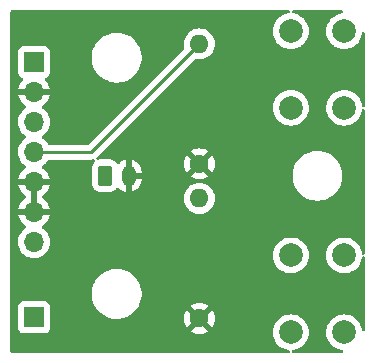
<source format=gbl>
G04 #@! TF.GenerationSoftware,KiCad,Pcbnew,6.0.2+dfsg-1*
G04 #@! TF.CreationDate,2022-12-03T12:38:50-05:00*
G04 #@! TF.ProjectId,remote,72656d6f-7465-42e6-9b69-6361645f7063,rev?*
G04 #@! TF.SameCoordinates,Original*
G04 #@! TF.FileFunction,Copper,L2,Bot*
G04 #@! TF.FilePolarity,Positive*
%FSLAX46Y46*%
G04 Gerber Fmt 4.6, Leading zero omitted, Abs format (unit mm)*
G04 Created by KiCad (PCBNEW 6.0.2+dfsg-1) date 2022-12-03 12:38:50*
%MOMM*%
%LPD*%
G01*
G04 APERTURE LIST*
G04 Aperture macros list*
%AMRoundRect*
0 Rectangle with rounded corners*
0 $1 Rounding radius*
0 $2 $3 $4 $5 $6 $7 $8 $9 X,Y pos of 4 corners*
0 Add a 4 corners polygon primitive as box body*
4,1,4,$2,$3,$4,$5,$6,$7,$8,$9,$2,$3,0*
0 Add four circle primitives for the rounded corners*
1,1,$1+$1,$2,$3*
1,1,$1+$1,$4,$5*
1,1,$1+$1,$6,$7*
1,1,$1+$1,$8,$9*
0 Add four rect primitives between the rounded corners*
20,1,$1+$1,$2,$3,$4,$5,0*
20,1,$1+$1,$4,$5,$6,$7,0*
20,1,$1+$1,$6,$7,$8,$9,0*
20,1,$1+$1,$8,$9,$2,$3,0*%
G04 Aperture macros list end*
G04 #@! TA.AperFunction,ComponentPad*
%ADD10C,2.000000*%
G04 #@! TD*
G04 #@! TA.AperFunction,ComponentPad*
%ADD11R,1.700000X1.700000*%
G04 #@! TD*
G04 #@! TA.AperFunction,ComponentPad*
%ADD12O,1.700000X1.700000*%
G04 #@! TD*
G04 #@! TA.AperFunction,ComponentPad*
%ADD13C,1.600000*%
G04 #@! TD*
G04 #@! TA.AperFunction,ComponentPad*
%ADD14O,1.600000X1.600000*%
G04 #@! TD*
G04 #@! TA.AperFunction,ComponentPad*
%ADD15RoundRect,0.250000X-0.350000X-0.625000X0.350000X-0.625000X0.350000X0.625000X-0.350000X0.625000X0*%
G04 #@! TD*
G04 #@! TA.AperFunction,ComponentPad*
%ADD16O,1.200000X1.750000*%
G04 #@! TD*
G04 #@! TA.AperFunction,Conductor*
%ADD17C,0.250000*%
G04 #@! TD*
G04 APERTURE END LIST*
D10*
G04 #@! TO.P,SWSTOP1,1,1*
G04 #@! TO.N,Net-(J1-Pad3)*
X156750000Y-84750000D03*
X156750000Y-91250000D03*
G04 #@! TO.P,SWSTOP1,2,2*
G04 #@! TO.N,GND*
X161250000Y-84750000D03*
X161250000Y-91250000D03*
G04 #@! TD*
G04 #@! TO.P,SWSTART1,1,1*
G04 #@! TO.N,Net-(J1-Pad4)*
X156750000Y-65750000D03*
X156750000Y-72250000D03*
G04 #@! TO.P,SWSTART1,2,2*
G04 #@! TO.N,GND*
X161250000Y-65750000D03*
X161250000Y-72250000D03*
G04 #@! TD*
D11*
G04 #@! TO.P,J1,1,Pin_1*
G04 #@! TO.N,GND*
X135000000Y-68375000D03*
D12*
G04 #@! TO.P,J1,2,Pin_2*
G04 #@! TO.N,+9V*
X135000000Y-70915000D03*
G04 #@! TO.P,J1,3,Pin_3*
G04 #@! TO.N,Net-(J1-Pad3)*
X135000000Y-73455000D03*
G04 #@! TO.P,J1,4,Pin_4*
G04 #@! TO.N,Net-(J1-Pad4)*
X135000000Y-75995000D03*
G04 #@! TO.P,J1,5,Pin_5*
G04 #@! TO.N,+9V*
X135000000Y-78535000D03*
G04 #@! TO.P,J1,6,Pin_6*
X135000000Y-81075000D03*
G04 #@! TO.P,J1,7,Pin_7*
G04 #@! TO.N,Net-(J1-Pad7)*
X135000000Y-83615000D03*
G04 #@! TD*
D11*
G04 #@! TO.P,JANT1,1,Pin_1*
G04 #@! TO.N,Net-(J1-Pad7)*
X135000000Y-90000000D03*
G04 #@! TD*
D13*
G04 #@! TO.P,R1,1*
G04 #@! TO.N,+9V*
X149000000Y-77000000D03*
D14*
G04 #@! TO.P,R1,2*
G04 #@! TO.N,Net-(J1-Pad4)*
X149000000Y-66840000D03*
G04 #@! TD*
D13*
G04 #@! TO.P,R2,1*
G04 #@! TO.N,+9V*
X149000000Y-90080000D03*
D14*
G04 #@! TO.P,R2,2*
G04 #@! TO.N,Net-(J1-Pad3)*
X149000000Y-79920000D03*
G04 #@! TD*
D15*
G04 #@! TO.P,JPOWER1,1,Pin_1*
G04 #@! TO.N,GND*
X141000000Y-78000000D03*
D16*
G04 #@! TO.P,JPOWER1,2,Pin_2*
G04 #@! TO.N,+9V*
X143000000Y-78000000D03*
G04 #@! TD*
D17*
G04 #@! TO.N,Net-(J1-Pad4)*
X139845000Y-75995000D02*
X149000000Y-66840000D01*
X135000000Y-75995000D02*
X139845000Y-75995000D01*
G04 #@! TD*
G04 #@! TA.AperFunction,Conductor*
G04 #@! TO.N,+9V*
G36*
X156620480Y-64020002D02*
G01*
X156666973Y-64073658D01*
X156677077Y-64143932D01*
X156647583Y-64208512D01*
X156587857Y-64246896D01*
X156562245Y-64251612D01*
X156513289Y-64255465D01*
X156508482Y-64256619D01*
X156508476Y-64256620D01*
X156362609Y-64291640D01*
X156282406Y-64310895D01*
X156277835Y-64312788D01*
X156277833Y-64312789D01*
X156067611Y-64399865D01*
X156067607Y-64399867D01*
X156063037Y-64401760D01*
X156058817Y-64404346D01*
X155864798Y-64523241D01*
X155864792Y-64523245D01*
X155860584Y-64525824D01*
X155680031Y-64680031D01*
X155525824Y-64860584D01*
X155523245Y-64864792D01*
X155523241Y-64864798D01*
X155404346Y-65058817D01*
X155401760Y-65063037D01*
X155310895Y-65282406D01*
X155255465Y-65513289D01*
X155236835Y-65750000D01*
X155255465Y-65986711D01*
X155310895Y-66217594D01*
X155312788Y-66222165D01*
X155312789Y-66222167D01*
X155373640Y-66369074D01*
X155401760Y-66436963D01*
X155404346Y-66441183D01*
X155523241Y-66635202D01*
X155523245Y-66635208D01*
X155525824Y-66639416D01*
X155680031Y-66819969D01*
X155860584Y-66974176D01*
X155864792Y-66976755D01*
X155864798Y-66976759D01*
X156004891Y-67062608D01*
X156063037Y-67098240D01*
X156067607Y-67100133D01*
X156067611Y-67100135D01*
X156203347Y-67156358D01*
X156282406Y-67189105D01*
X156362609Y-67208360D01*
X156508476Y-67243380D01*
X156508482Y-67243381D01*
X156513289Y-67244535D01*
X156750000Y-67263165D01*
X156986711Y-67244535D01*
X156991518Y-67243381D01*
X156991524Y-67243380D01*
X157137391Y-67208360D01*
X157217594Y-67189105D01*
X157296653Y-67156358D01*
X157432389Y-67100135D01*
X157432393Y-67100133D01*
X157436963Y-67098240D01*
X157495109Y-67062608D01*
X157635202Y-66976759D01*
X157635208Y-66976755D01*
X157639416Y-66974176D01*
X157819969Y-66819969D01*
X157974176Y-66639416D01*
X157976755Y-66635208D01*
X157976759Y-66635202D01*
X158095654Y-66441183D01*
X158098240Y-66436963D01*
X158126361Y-66369074D01*
X158187211Y-66222167D01*
X158187212Y-66222165D01*
X158189105Y-66217594D01*
X158244535Y-65986711D01*
X158263165Y-65750000D01*
X158244535Y-65513289D01*
X158189105Y-65282406D01*
X158098240Y-65063037D01*
X158095654Y-65058817D01*
X157976759Y-64864798D01*
X157976755Y-64864792D01*
X157974176Y-64860584D01*
X157819969Y-64680031D01*
X157639416Y-64525824D01*
X157635208Y-64523245D01*
X157635202Y-64523241D01*
X157441183Y-64404346D01*
X157436963Y-64401760D01*
X157432393Y-64399867D01*
X157432389Y-64399865D01*
X157222167Y-64312789D01*
X157222165Y-64312788D01*
X157217594Y-64310895D01*
X157137391Y-64291640D01*
X156991524Y-64256620D01*
X156991518Y-64256619D01*
X156986711Y-64255465D01*
X156937755Y-64251612D01*
X156871414Y-64226326D01*
X156829274Y-64169188D01*
X156824715Y-64098338D01*
X156859184Y-64036271D01*
X156921738Y-64002691D01*
X156947641Y-64000000D01*
X161052359Y-64000000D01*
X161120480Y-64020002D01*
X161166973Y-64073658D01*
X161177077Y-64143932D01*
X161147583Y-64208512D01*
X161087857Y-64246896D01*
X161062245Y-64251612D01*
X161013289Y-64255465D01*
X161008482Y-64256619D01*
X161008476Y-64256620D01*
X160862609Y-64291640D01*
X160782406Y-64310895D01*
X160777835Y-64312788D01*
X160777833Y-64312789D01*
X160567611Y-64399865D01*
X160567607Y-64399867D01*
X160563037Y-64401760D01*
X160558817Y-64404346D01*
X160364798Y-64523241D01*
X160364792Y-64523245D01*
X160360584Y-64525824D01*
X160180031Y-64680031D01*
X160025824Y-64860584D01*
X160023245Y-64864792D01*
X160023241Y-64864798D01*
X159904346Y-65058817D01*
X159901760Y-65063037D01*
X159810895Y-65282406D01*
X159755465Y-65513289D01*
X159736835Y-65750000D01*
X159755465Y-65986711D01*
X159810895Y-66217594D01*
X159812788Y-66222165D01*
X159812789Y-66222167D01*
X159873640Y-66369074D01*
X159901760Y-66436963D01*
X159904346Y-66441183D01*
X160023241Y-66635202D01*
X160023245Y-66635208D01*
X160025824Y-66639416D01*
X160180031Y-66819969D01*
X160360584Y-66974176D01*
X160364792Y-66976755D01*
X160364798Y-66976759D01*
X160504891Y-67062608D01*
X160563037Y-67098240D01*
X160567607Y-67100133D01*
X160567611Y-67100135D01*
X160703347Y-67156358D01*
X160782406Y-67189105D01*
X160862609Y-67208360D01*
X161008476Y-67243380D01*
X161008482Y-67243381D01*
X161013289Y-67244535D01*
X161250000Y-67263165D01*
X161486711Y-67244535D01*
X161491518Y-67243381D01*
X161491524Y-67243380D01*
X161637391Y-67208360D01*
X161717594Y-67189105D01*
X161796653Y-67156358D01*
X161932389Y-67100135D01*
X161932393Y-67100133D01*
X161936963Y-67098240D01*
X161995109Y-67062608D01*
X162135202Y-66976759D01*
X162135208Y-66976755D01*
X162139416Y-66974176D01*
X162319969Y-66819969D01*
X162474176Y-66639416D01*
X162476755Y-66635208D01*
X162476759Y-66635202D01*
X162595654Y-66441183D01*
X162598240Y-66436963D01*
X162626361Y-66369074D01*
X162687211Y-66222167D01*
X162687212Y-66222165D01*
X162689105Y-66217594D01*
X162744535Y-65986711D01*
X162748388Y-65937755D01*
X162773674Y-65871414D01*
X162830812Y-65829274D01*
X162901662Y-65824715D01*
X162963729Y-65859184D01*
X162997309Y-65921738D01*
X163000000Y-65947641D01*
X163000000Y-72052359D01*
X162979998Y-72120480D01*
X162926342Y-72166973D01*
X162856068Y-72177077D01*
X162791488Y-72147583D01*
X162753104Y-72087857D01*
X162748388Y-72062245D01*
X162744923Y-72018223D01*
X162744535Y-72013289D01*
X162731452Y-71958792D01*
X162690260Y-71787218D01*
X162689105Y-71782406D01*
X162664788Y-71723699D01*
X162600135Y-71567611D01*
X162600133Y-71567607D01*
X162598240Y-71563037D01*
X162580320Y-71533794D01*
X162476759Y-71364798D01*
X162476755Y-71364792D01*
X162474176Y-71360584D01*
X162319969Y-71180031D01*
X162139416Y-71025824D01*
X162135208Y-71023245D01*
X162135202Y-71023241D01*
X161941183Y-70904346D01*
X161936963Y-70901760D01*
X161932393Y-70899867D01*
X161932389Y-70899865D01*
X161722167Y-70812789D01*
X161722165Y-70812788D01*
X161717594Y-70810895D01*
X161637391Y-70791640D01*
X161491524Y-70756620D01*
X161491518Y-70756619D01*
X161486711Y-70755465D01*
X161250000Y-70736835D01*
X161013289Y-70755465D01*
X161008482Y-70756619D01*
X161008476Y-70756620D01*
X160862609Y-70791640D01*
X160782406Y-70810895D01*
X160777835Y-70812788D01*
X160777833Y-70812789D01*
X160567611Y-70899865D01*
X160567607Y-70899867D01*
X160563037Y-70901760D01*
X160558817Y-70904346D01*
X160364798Y-71023241D01*
X160364792Y-71023245D01*
X160360584Y-71025824D01*
X160180031Y-71180031D01*
X160025824Y-71360584D01*
X160023245Y-71364792D01*
X160023241Y-71364798D01*
X159919680Y-71533794D01*
X159901760Y-71563037D01*
X159899867Y-71567607D01*
X159899865Y-71567611D01*
X159835212Y-71723699D01*
X159810895Y-71782406D01*
X159809740Y-71787218D01*
X159768549Y-71958792D01*
X159755465Y-72013289D01*
X159736835Y-72250000D01*
X159755465Y-72486711D01*
X159756619Y-72491518D01*
X159756620Y-72491524D01*
X159789293Y-72627617D01*
X159810895Y-72717594D01*
X159812788Y-72722165D01*
X159812789Y-72722167D01*
X159847718Y-72806492D01*
X159901760Y-72936963D01*
X159904346Y-72941183D01*
X160023241Y-73135202D01*
X160023245Y-73135208D01*
X160025824Y-73139416D01*
X160180031Y-73319969D01*
X160360584Y-73474176D01*
X160364792Y-73476755D01*
X160364798Y-73476759D01*
X160558817Y-73595654D01*
X160563037Y-73598240D01*
X160567607Y-73600133D01*
X160567611Y-73600135D01*
X160777833Y-73687211D01*
X160782406Y-73689105D01*
X160862609Y-73708360D01*
X161008476Y-73743380D01*
X161008482Y-73743381D01*
X161013289Y-73744535D01*
X161250000Y-73763165D01*
X161486711Y-73744535D01*
X161491518Y-73743381D01*
X161491524Y-73743380D01*
X161637391Y-73708360D01*
X161717594Y-73689105D01*
X161722167Y-73687211D01*
X161932389Y-73600135D01*
X161932393Y-73600133D01*
X161936963Y-73598240D01*
X161941183Y-73595654D01*
X162135202Y-73476759D01*
X162135208Y-73476755D01*
X162139416Y-73474176D01*
X162319969Y-73319969D01*
X162474176Y-73139416D01*
X162476755Y-73135208D01*
X162476759Y-73135202D01*
X162595654Y-72941183D01*
X162598240Y-72936963D01*
X162652283Y-72806492D01*
X162687211Y-72722167D01*
X162687212Y-72722165D01*
X162689105Y-72717594D01*
X162710707Y-72627617D01*
X162743380Y-72491524D01*
X162743381Y-72491518D01*
X162744535Y-72486711D01*
X162748388Y-72437755D01*
X162773674Y-72371414D01*
X162830812Y-72329274D01*
X162901662Y-72324715D01*
X162963729Y-72359184D01*
X162997309Y-72421738D01*
X163000000Y-72447641D01*
X163000000Y-84552359D01*
X162979998Y-84620480D01*
X162926342Y-84666973D01*
X162856068Y-84677077D01*
X162791488Y-84647583D01*
X162753104Y-84587857D01*
X162748388Y-84562245D01*
X162744923Y-84518223D01*
X162744535Y-84513289D01*
X162739975Y-84494292D01*
X162690260Y-84287218D01*
X162689105Y-84282406D01*
X162598240Y-84063037D01*
X162500211Y-83903069D01*
X162476759Y-83864798D01*
X162476755Y-83864792D01*
X162474176Y-83860584D01*
X162319969Y-83680031D01*
X162139416Y-83525824D01*
X162135208Y-83523245D01*
X162135202Y-83523241D01*
X161941183Y-83404346D01*
X161936963Y-83401760D01*
X161932393Y-83399867D01*
X161932389Y-83399865D01*
X161722167Y-83312789D01*
X161722165Y-83312788D01*
X161717594Y-83310895D01*
X161637391Y-83291640D01*
X161491524Y-83256620D01*
X161491518Y-83256619D01*
X161486711Y-83255465D01*
X161250000Y-83236835D01*
X161013289Y-83255465D01*
X161008482Y-83256619D01*
X161008476Y-83256620D01*
X160862609Y-83291640D01*
X160782406Y-83310895D01*
X160777835Y-83312788D01*
X160777833Y-83312789D01*
X160567611Y-83399865D01*
X160567607Y-83399867D01*
X160563037Y-83401760D01*
X160558817Y-83404346D01*
X160364798Y-83523241D01*
X160364792Y-83523245D01*
X160360584Y-83525824D01*
X160180031Y-83680031D01*
X160025824Y-83860584D01*
X160023245Y-83864792D01*
X160023241Y-83864798D01*
X159999789Y-83903069D01*
X159901760Y-84063037D01*
X159810895Y-84282406D01*
X159809740Y-84287218D01*
X159760026Y-84494292D01*
X159755465Y-84513289D01*
X159736835Y-84750000D01*
X159755465Y-84986711D01*
X159810895Y-85217594D01*
X159901760Y-85436963D01*
X159904346Y-85441183D01*
X160023241Y-85635202D01*
X160023245Y-85635208D01*
X160025824Y-85639416D01*
X160180031Y-85819969D01*
X160360584Y-85974176D01*
X160364792Y-85976755D01*
X160364798Y-85976759D01*
X160558817Y-86095654D01*
X160563037Y-86098240D01*
X160567607Y-86100133D01*
X160567611Y-86100135D01*
X160777833Y-86187211D01*
X160782406Y-86189105D01*
X160843674Y-86203814D01*
X161008476Y-86243380D01*
X161008482Y-86243381D01*
X161013289Y-86244535D01*
X161250000Y-86263165D01*
X161486711Y-86244535D01*
X161491518Y-86243381D01*
X161491524Y-86243380D01*
X161656326Y-86203814D01*
X161717594Y-86189105D01*
X161722167Y-86187211D01*
X161932389Y-86100135D01*
X161932393Y-86100133D01*
X161936963Y-86098240D01*
X161941183Y-86095654D01*
X162135202Y-85976759D01*
X162135208Y-85976755D01*
X162139416Y-85974176D01*
X162319969Y-85819969D01*
X162474176Y-85639416D01*
X162476755Y-85635208D01*
X162476759Y-85635202D01*
X162595654Y-85441183D01*
X162598240Y-85436963D01*
X162689105Y-85217594D01*
X162744535Y-84986711D01*
X162748388Y-84937755D01*
X162773674Y-84871414D01*
X162830812Y-84829274D01*
X162901662Y-84824715D01*
X162963729Y-84859184D01*
X162997309Y-84921738D01*
X163000000Y-84947641D01*
X163000000Y-91052359D01*
X162979998Y-91120480D01*
X162926342Y-91166973D01*
X162856068Y-91177077D01*
X162791488Y-91147583D01*
X162753104Y-91087857D01*
X162748388Y-91062245D01*
X162744923Y-91018223D01*
X162744535Y-91013289D01*
X162731818Y-90960316D01*
X162690260Y-90787218D01*
X162689105Y-90782406D01*
X162598240Y-90563037D01*
X162595654Y-90558817D01*
X162476759Y-90364798D01*
X162476755Y-90364792D01*
X162474176Y-90360584D01*
X162319969Y-90180031D01*
X162139416Y-90025824D01*
X162135208Y-90023245D01*
X162135202Y-90023241D01*
X161941183Y-89904346D01*
X161936963Y-89901760D01*
X161932393Y-89899867D01*
X161932389Y-89899865D01*
X161722167Y-89812789D01*
X161722165Y-89812788D01*
X161717594Y-89810895D01*
X161637391Y-89791640D01*
X161491524Y-89756620D01*
X161491518Y-89756619D01*
X161486711Y-89755465D01*
X161250000Y-89736835D01*
X161013289Y-89755465D01*
X161008482Y-89756619D01*
X161008476Y-89756620D01*
X160862609Y-89791640D01*
X160782406Y-89810895D01*
X160777835Y-89812788D01*
X160777833Y-89812789D01*
X160567611Y-89899865D01*
X160567607Y-89899867D01*
X160563037Y-89901760D01*
X160558817Y-89904346D01*
X160364798Y-90023241D01*
X160364792Y-90023245D01*
X160360584Y-90025824D01*
X160180031Y-90180031D01*
X160025824Y-90360584D01*
X160023245Y-90364792D01*
X160023241Y-90364798D01*
X159904346Y-90558817D01*
X159901760Y-90563037D01*
X159810895Y-90782406D01*
X159809740Y-90787218D01*
X159768183Y-90960316D01*
X159755465Y-91013289D01*
X159736835Y-91250000D01*
X159755465Y-91486711D01*
X159810895Y-91717594D01*
X159901760Y-91936963D01*
X159904346Y-91941183D01*
X160023241Y-92135202D01*
X160023245Y-92135208D01*
X160025824Y-92139416D01*
X160180031Y-92319969D01*
X160360584Y-92474176D01*
X160364792Y-92476755D01*
X160364798Y-92476759D01*
X160558817Y-92595654D01*
X160563037Y-92598240D01*
X160567607Y-92600133D01*
X160567611Y-92600135D01*
X160777833Y-92687211D01*
X160782406Y-92689105D01*
X160862609Y-92708360D01*
X161008476Y-92743380D01*
X161008482Y-92743381D01*
X161013289Y-92744535D01*
X161062245Y-92748388D01*
X161128586Y-92773674D01*
X161170726Y-92830812D01*
X161175285Y-92901662D01*
X161140816Y-92963729D01*
X161078262Y-92997309D01*
X161052359Y-93000000D01*
X156947641Y-93000000D01*
X156879520Y-92979998D01*
X156833027Y-92926342D01*
X156822923Y-92856068D01*
X156852417Y-92791488D01*
X156912143Y-92753104D01*
X156937755Y-92748388D01*
X156986711Y-92744535D01*
X156991518Y-92743381D01*
X156991524Y-92743380D01*
X157137391Y-92708360D01*
X157217594Y-92689105D01*
X157222167Y-92687211D01*
X157432389Y-92600135D01*
X157432393Y-92600133D01*
X157436963Y-92598240D01*
X157441183Y-92595654D01*
X157635202Y-92476759D01*
X157635208Y-92476755D01*
X157639416Y-92474176D01*
X157819969Y-92319969D01*
X157974176Y-92139416D01*
X157976755Y-92135208D01*
X157976759Y-92135202D01*
X158095654Y-91941183D01*
X158098240Y-91936963D01*
X158189105Y-91717594D01*
X158244535Y-91486711D01*
X158263165Y-91250000D01*
X158244535Y-91013289D01*
X158231818Y-90960316D01*
X158190260Y-90787218D01*
X158189105Y-90782406D01*
X158098240Y-90563037D01*
X158095654Y-90558817D01*
X157976759Y-90364798D01*
X157976755Y-90364792D01*
X157974176Y-90360584D01*
X157819969Y-90180031D01*
X157639416Y-90025824D01*
X157635208Y-90023245D01*
X157635202Y-90023241D01*
X157441183Y-89904346D01*
X157436963Y-89901760D01*
X157432393Y-89899867D01*
X157432389Y-89899865D01*
X157222167Y-89812789D01*
X157222165Y-89812788D01*
X157217594Y-89810895D01*
X157137391Y-89791640D01*
X156991524Y-89756620D01*
X156991518Y-89756619D01*
X156986711Y-89755465D01*
X156750000Y-89736835D01*
X156513289Y-89755465D01*
X156508482Y-89756619D01*
X156508476Y-89756620D01*
X156362609Y-89791640D01*
X156282406Y-89810895D01*
X156277835Y-89812788D01*
X156277833Y-89812789D01*
X156067611Y-89899865D01*
X156067607Y-89899867D01*
X156063037Y-89901760D01*
X156058817Y-89904346D01*
X155864798Y-90023241D01*
X155864792Y-90023245D01*
X155860584Y-90025824D01*
X155680031Y-90180031D01*
X155525824Y-90360584D01*
X155523245Y-90364792D01*
X155523241Y-90364798D01*
X155404346Y-90558817D01*
X155401760Y-90563037D01*
X155310895Y-90782406D01*
X155309740Y-90787218D01*
X155268183Y-90960316D01*
X155255465Y-91013289D01*
X155236835Y-91250000D01*
X155255465Y-91486711D01*
X155310895Y-91717594D01*
X155401760Y-91936963D01*
X155404346Y-91941183D01*
X155523241Y-92135202D01*
X155523245Y-92135208D01*
X155525824Y-92139416D01*
X155680031Y-92319969D01*
X155860584Y-92474176D01*
X155864792Y-92476755D01*
X155864798Y-92476759D01*
X156058817Y-92595654D01*
X156063037Y-92598240D01*
X156067607Y-92600133D01*
X156067611Y-92600135D01*
X156277833Y-92687211D01*
X156282406Y-92689105D01*
X156362609Y-92708360D01*
X156508476Y-92743380D01*
X156508482Y-92743381D01*
X156513289Y-92744535D01*
X156562245Y-92748388D01*
X156628586Y-92773674D01*
X156670726Y-92830812D01*
X156675285Y-92901662D01*
X156640816Y-92963729D01*
X156578262Y-92997309D01*
X156552359Y-93000000D01*
X133126000Y-93000000D01*
X133057879Y-92979998D01*
X133011386Y-92926342D01*
X133000000Y-92874000D01*
X133000000Y-90898134D01*
X133641500Y-90898134D01*
X133648255Y-90960316D01*
X133699385Y-91096705D01*
X133786739Y-91213261D01*
X133903295Y-91300615D01*
X134039684Y-91351745D01*
X134101866Y-91358500D01*
X135898134Y-91358500D01*
X135960316Y-91351745D01*
X136096705Y-91300615D01*
X136213261Y-91213261D01*
X136248635Y-91166062D01*
X148278493Y-91166062D01*
X148287789Y-91178077D01*
X148338994Y-91213931D01*
X148348489Y-91219414D01*
X148545947Y-91311490D01*
X148556239Y-91315236D01*
X148766688Y-91371625D01*
X148777481Y-91373528D01*
X148994525Y-91392517D01*
X149005475Y-91392517D01*
X149222519Y-91373528D01*
X149233312Y-91371625D01*
X149443761Y-91315236D01*
X149454053Y-91311490D01*
X149651511Y-91219414D01*
X149661006Y-91213931D01*
X149713048Y-91177491D01*
X149721424Y-91167012D01*
X149714356Y-91153566D01*
X149012812Y-90452022D01*
X148998868Y-90444408D01*
X148997035Y-90444539D01*
X148990420Y-90448790D01*
X148284923Y-91154287D01*
X148278493Y-91166062D01*
X136248635Y-91166062D01*
X136300615Y-91096705D01*
X136351745Y-90960316D01*
X136358500Y-90898134D01*
X136358500Y-89101866D01*
X136351745Y-89039684D01*
X136300615Y-88903295D01*
X136213261Y-88786739D01*
X136096705Y-88699385D01*
X135960316Y-88648255D01*
X135898134Y-88641500D01*
X134101866Y-88641500D01*
X134039684Y-88648255D01*
X133903295Y-88699385D01*
X133786739Y-88786739D01*
X133699385Y-88903295D01*
X133648255Y-89039684D01*
X133641500Y-89101866D01*
X133641500Y-90898134D01*
X133000000Y-90898134D01*
X133000000Y-88132703D01*
X139890743Y-88132703D01*
X139928268Y-88417734D01*
X140004129Y-88695036D01*
X140005813Y-88698984D01*
X140108866Y-88940586D01*
X140116923Y-88959476D01*
X140264561Y-89206161D01*
X140444313Y-89430528D01*
X140652851Y-89628423D01*
X140886317Y-89796186D01*
X140890112Y-89798195D01*
X140890113Y-89798196D01*
X140931346Y-89820028D01*
X141140392Y-89930712D01*
X141164699Y-89939607D01*
X141400298Y-90025824D01*
X141410373Y-90029511D01*
X141691264Y-90090755D01*
X141717401Y-90092812D01*
X141914282Y-90108307D01*
X141914291Y-90108307D01*
X141916739Y-90108500D01*
X142072271Y-90108500D01*
X142074407Y-90108354D01*
X142074418Y-90108354D01*
X142282548Y-90094165D01*
X142282554Y-90094164D01*
X142286825Y-90093873D01*
X142291020Y-90093004D01*
X142291022Y-90093004D01*
X142327378Y-90085475D01*
X147687483Y-90085475D01*
X147706472Y-90302519D01*
X147708375Y-90313312D01*
X147764764Y-90523761D01*
X147768510Y-90534053D01*
X147860586Y-90731511D01*
X147866069Y-90741006D01*
X147902509Y-90793048D01*
X147912988Y-90801424D01*
X147926434Y-90794356D01*
X148627978Y-90092812D01*
X148634356Y-90081132D01*
X149364408Y-90081132D01*
X149364539Y-90082965D01*
X149368790Y-90089580D01*
X150074287Y-90795077D01*
X150086062Y-90801507D01*
X150098077Y-90792211D01*
X150133931Y-90741006D01*
X150139414Y-90731511D01*
X150231490Y-90534053D01*
X150235236Y-90523761D01*
X150291625Y-90313312D01*
X150293528Y-90302519D01*
X150312517Y-90085475D01*
X150312517Y-90074525D01*
X150293528Y-89857481D01*
X150291625Y-89846688D01*
X150235236Y-89636239D01*
X150231490Y-89625947D01*
X150139414Y-89428489D01*
X150133931Y-89418994D01*
X150097491Y-89366952D01*
X150087012Y-89358576D01*
X150073566Y-89365644D01*
X149372022Y-90067188D01*
X149364408Y-90081132D01*
X148634356Y-90081132D01*
X148635592Y-90078868D01*
X148635461Y-90077035D01*
X148631210Y-90070420D01*
X147925713Y-89364923D01*
X147913938Y-89358493D01*
X147901923Y-89367789D01*
X147866069Y-89418994D01*
X147860586Y-89428489D01*
X147768510Y-89625947D01*
X147764764Y-89636239D01*
X147708375Y-89846688D01*
X147706472Y-89857481D01*
X147687483Y-90074525D01*
X147687483Y-90085475D01*
X142327378Y-90085475D01*
X142427584Y-90064723D01*
X142568342Y-90035574D01*
X142839343Y-89939607D01*
X143088719Y-89810895D01*
X143091005Y-89809715D01*
X143091006Y-89809715D01*
X143094812Y-89807750D01*
X143098313Y-89805289D01*
X143098317Y-89805287D01*
X143226126Y-89715461D01*
X143330023Y-89642441D01*
X143540622Y-89446740D01*
X143722713Y-89224268D01*
X143864442Y-88992988D01*
X148278576Y-88992988D01*
X148285644Y-89006434D01*
X148987188Y-89707978D01*
X149001132Y-89715592D01*
X149002965Y-89715461D01*
X149009580Y-89711210D01*
X149715077Y-89005713D01*
X149721507Y-88993938D01*
X149712211Y-88981923D01*
X149661006Y-88946069D01*
X149651511Y-88940586D01*
X149454053Y-88848510D01*
X149443761Y-88844764D01*
X149233312Y-88788375D01*
X149222519Y-88786472D01*
X149005475Y-88767483D01*
X148994525Y-88767483D01*
X148777481Y-88786472D01*
X148766688Y-88788375D01*
X148556239Y-88844764D01*
X148545947Y-88848510D01*
X148348489Y-88940586D01*
X148338994Y-88946069D01*
X148286952Y-88982509D01*
X148278576Y-88992988D01*
X143864442Y-88992988D01*
X143872927Y-88979142D01*
X143906222Y-88903295D01*
X143986757Y-88719830D01*
X143988483Y-88715898D01*
X144006962Y-88651029D01*
X144066068Y-88443534D01*
X144067244Y-88439406D01*
X144107751Y-88154784D01*
X144107845Y-88136951D01*
X144109235Y-87871583D01*
X144109235Y-87871576D01*
X144109257Y-87867297D01*
X144071732Y-87582266D01*
X143995871Y-87304964D01*
X143883077Y-87040524D01*
X143735439Y-86793839D01*
X143555687Y-86569472D01*
X143347149Y-86371577D01*
X143113683Y-86203814D01*
X143091843Y-86192250D01*
X143068654Y-86179972D01*
X142859608Y-86069288D01*
X142606761Y-85976759D01*
X142593658Y-85971964D01*
X142593656Y-85971963D01*
X142589627Y-85970489D01*
X142308736Y-85909245D01*
X142277685Y-85906801D01*
X142085718Y-85891693D01*
X142085709Y-85891693D01*
X142083261Y-85891500D01*
X141927729Y-85891500D01*
X141925593Y-85891646D01*
X141925582Y-85891646D01*
X141717452Y-85905835D01*
X141717446Y-85905836D01*
X141713175Y-85906127D01*
X141708980Y-85906996D01*
X141708978Y-85906996D01*
X141572417Y-85935276D01*
X141431658Y-85964426D01*
X141160657Y-86060393D01*
X141156848Y-86062359D01*
X140909044Y-86190260D01*
X140905188Y-86192250D01*
X140901687Y-86194711D01*
X140901683Y-86194713D01*
X140891594Y-86201804D01*
X140669977Y-86357559D01*
X140459378Y-86553260D01*
X140277287Y-86775732D01*
X140127073Y-87020858D01*
X140011517Y-87284102D01*
X139932756Y-87560594D01*
X139892249Y-87845216D01*
X139892227Y-87849505D01*
X139892226Y-87849512D01*
X139890765Y-88128417D01*
X139890743Y-88132703D01*
X133000000Y-88132703D01*
X133000000Y-83581695D01*
X133637251Y-83581695D01*
X133637548Y-83586848D01*
X133637548Y-83586851D01*
X133642921Y-83680031D01*
X133650110Y-83804715D01*
X133651247Y-83809761D01*
X133651248Y-83809767D01*
X133662701Y-83860584D01*
X133699222Y-84022639D01*
X133783266Y-84229616D01*
X133899987Y-84420088D01*
X134046250Y-84588938D01*
X134218126Y-84731632D01*
X134411000Y-84844338D01*
X134619692Y-84924030D01*
X134624760Y-84925061D01*
X134624763Y-84925062D01*
X134687152Y-84937755D01*
X134838597Y-84968567D01*
X134843772Y-84968757D01*
X134843774Y-84968757D01*
X135056673Y-84976564D01*
X135056677Y-84976564D01*
X135061837Y-84976753D01*
X135066957Y-84976097D01*
X135066959Y-84976097D01*
X135278288Y-84949025D01*
X135278289Y-84949025D01*
X135283416Y-84948368D01*
X135318791Y-84937755D01*
X135492429Y-84885661D01*
X135492434Y-84885659D01*
X135497384Y-84884174D01*
X135697994Y-84785896D01*
X135748319Y-84750000D01*
X155236835Y-84750000D01*
X155255465Y-84986711D01*
X155310895Y-85217594D01*
X155401760Y-85436963D01*
X155404346Y-85441183D01*
X155523241Y-85635202D01*
X155523245Y-85635208D01*
X155525824Y-85639416D01*
X155680031Y-85819969D01*
X155860584Y-85974176D01*
X155864792Y-85976755D01*
X155864798Y-85976759D01*
X156058817Y-86095654D01*
X156063037Y-86098240D01*
X156067607Y-86100133D01*
X156067611Y-86100135D01*
X156277833Y-86187211D01*
X156282406Y-86189105D01*
X156343674Y-86203814D01*
X156508476Y-86243380D01*
X156508482Y-86243381D01*
X156513289Y-86244535D01*
X156750000Y-86263165D01*
X156986711Y-86244535D01*
X156991518Y-86243381D01*
X156991524Y-86243380D01*
X157156326Y-86203814D01*
X157217594Y-86189105D01*
X157222167Y-86187211D01*
X157432389Y-86100135D01*
X157432393Y-86100133D01*
X157436963Y-86098240D01*
X157441183Y-86095654D01*
X157635202Y-85976759D01*
X157635208Y-85976755D01*
X157639416Y-85974176D01*
X157819969Y-85819969D01*
X157974176Y-85639416D01*
X157976755Y-85635208D01*
X157976759Y-85635202D01*
X158095654Y-85441183D01*
X158098240Y-85436963D01*
X158189105Y-85217594D01*
X158244535Y-84986711D01*
X158263165Y-84750000D01*
X158244535Y-84513289D01*
X158239975Y-84494292D01*
X158190260Y-84287218D01*
X158189105Y-84282406D01*
X158098240Y-84063037D01*
X158000211Y-83903069D01*
X157976759Y-83864798D01*
X157976755Y-83864792D01*
X157974176Y-83860584D01*
X157819969Y-83680031D01*
X157639416Y-83525824D01*
X157635208Y-83523245D01*
X157635202Y-83523241D01*
X157441183Y-83404346D01*
X157436963Y-83401760D01*
X157432393Y-83399867D01*
X157432389Y-83399865D01*
X157222167Y-83312789D01*
X157222165Y-83312788D01*
X157217594Y-83310895D01*
X157137391Y-83291640D01*
X156991524Y-83256620D01*
X156991518Y-83256619D01*
X156986711Y-83255465D01*
X156750000Y-83236835D01*
X156513289Y-83255465D01*
X156508482Y-83256619D01*
X156508476Y-83256620D01*
X156362609Y-83291640D01*
X156282406Y-83310895D01*
X156277835Y-83312788D01*
X156277833Y-83312789D01*
X156067611Y-83399865D01*
X156067607Y-83399867D01*
X156063037Y-83401760D01*
X156058817Y-83404346D01*
X155864798Y-83523241D01*
X155864792Y-83523245D01*
X155860584Y-83525824D01*
X155680031Y-83680031D01*
X155525824Y-83860584D01*
X155523245Y-83864792D01*
X155523241Y-83864798D01*
X155499789Y-83903069D01*
X155401760Y-84063037D01*
X155310895Y-84282406D01*
X155309740Y-84287218D01*
X155260026Y-84494292D01*
X155255465Y-84513289D01*
X155236835Y-84750000D01*
X135748319Y-84750000D01*
X135879860Y-84656173D01*
X136038096Y-84498489D01*
X136097594Y-84415689D01*
X136165435Y-84321277D01*
X136168453Y-84317077D01*
X136185589Y-84282406D01*
X136265136Y-84121453D01*
X136265137Y-84121451D01*
X136267430Y-84116811D01*
X136332370Y-83903069D01*
X136361529Y-83681590D01*
X136361611Y-83678240D01*
X136363074Y-83618365D01*
X136363074Y-83618361D01*
X136363156Y-83615000D01*
X136344852Y-83392361D01*
X136290431Y-83175702D01*
X136201354Y-82970840D01*
X136080014Y-82783277D01*
X135929670Y-82618051D01*
X135925619Y-82614852D01*
X135925615Y-82614848D01*
X135758414Y-82482800D01*
X135758410Y-82482798D01*
X135754359Y-82479598D01*
X135712569Y-82456529D01*
X135662598Y-82406097D01*
X135647826Y-82336654D01*
X135672942Y-82270248D01*
X135700294Y-82243641D01*
X135875328Y-82118792D01*
X135883200Y-82112139D01*
X136034052Y-81961812D01*
X136040730Y-81953965D01*
X136165003Y-81781020D01*
X136170313Y-81772183D01*
X136264670Y-81581267D01*
X136268469Y-81571672D01*
X136330377Y-81367910D01*
X136332555Y-81357837D01*
X136333986Y-81346962D01*
X136331775Y-81332778D01*
X136318617Y-81329000D01*
X133683225Y-81329000D01*
X133669694Y-81332973D01*
X133668257Y-81342966D01*
X133698565Y-81477446D01*
X133701645Y-81487275D01*
X133781770Y-81684603D01*
X133786413Y-81693794D01*
X133897694Y-81875388D01*
X133903777Y-81883699D01*
X134043213Y-82044667D01*
X134050580Y-82051883D01*
X134214434Y-82187916D01*
X134222881Y-82193831D01*
X134291969Y-82234203D01*
X134340693Y-82285842D01*
X134353764Y-82355625D01*
X134327033Y-82421396D01*
X134286584Y-82454752D01*
X134273607Y-82461507D01*
X134269474Y-82464610D01*
X134269471Y-82464612D01*
X134245247Y-82482800D01*
X134094965Y-82595635D01*
X133940629Y-82757138D01*
X133814743Y-82941680D01*
X133720688Y-83144305D01*
X133660989Y-83359570D01*
X133637251Y-83581695D01*
X133000000Y-83581695D01*
X133000000Y-80809183D01*
X133664389Y-80809183D01*
X133665912Y-80817607D01*
X133678292Y-80821000D01*
X134727885Y-80821000D01*
X134743124Y-80816525D01*
X134744329Y-80815135D01*
X134746000Y-80807452D01*
X134746000Y-80802885D01*
X135254000Y-80802885D01*
X135258475Y-80818124D01*
X135259865Y-80819329D01*
X135267548Y-80821000D01*
X136318344Y-80821000D01*
X136331875Y-80817027D01*
X136333180Y-80807947D01*
X136291214Y-80640875D01*
X136287894Y-80631124D01*
X136202972Y-80435814D01*
X136198105Y-80426739D01*
X136082426Y-80247926D01*
X136076136Y-80239757D01*
X135932806Y-80082240D01*
X135925273Y-80075215D01*
X135758139Y-79943222D01*
X135749552Y-79937517D01*
X135717820Y-79920000D01*
X147686502Y-79920000D01*
X147706457Y-80148087D01*
X147707881Y-80153400D01*
X147707881Y-80153402D01*
X147724043Y-80213717D01*
X147765716Y-80369243D01*
X147768039Y-80374224D01*
X147768039Y-80374225D01*
X147860151Y-80571762D01*
X147860154Y-80571767D01*
X147862477Y-80576749D01*
X147993802Y-80764300D01*
X148155700Y-80926198D01*
X148160208Y-80929355D01*
X148160211Y-80929357D01*
X148238389Y-80984098D01*
X148343251Y-81057523D01*
X148348233Y-81059846D01*
X148348238Y-81059849D01*
X148545775Y-81151961D01*
X148550757Y-81154284D01*
X148556065Y-81155706D01*
X148556067Y-81155707D01*
X148766598Y-81212119D01*
X148766600Y-81212119D01*
X148771913Y-81213543D01*
X149000000Y-81233498D01*
X149228087Y-81213543D01*
X149233400Y-81212119D01*
X149233402Y-81212119D01*
X149443933Y-81155707D01*
X149443935Y-81155706D01*
X149449243Y-81154284D01*
X149454225Y-81151961D01*
X149651762Y-81059849D01*
X149651767Y-81059846D01*
X149656749Y-81057523D01*
X149761611Y-80984098D01*
X149839789Y-80929357D01*
X149839792Y-80929355D01*
X149844300Y-80926198D01*
X150006198Y-80764300D01*
X150137523Y-80576749D01*
X150139846Y-80571767D01*
X150139849Y-80571762D01*
X150231961Y-80374225D01*
X150231961Y-80374224D01*
X150234284Y-80369243D01*
X150275958Y-80213717D01*
X150292119Y-80153402D01*
X150292119Y-80153400D01*
X150293543Y-80148087D01*
X150313498Y-79920000D01*
X150293543Y-79691913D01*
X150279505Y-79639522D01*
X150235707Y-79476067D01*
X150235706Y-79476065D01*
X150234284Y-79470757D01*
X150188932Y-79373498D01*
X150139849Y-79268238D01*
X150139846Y-79268233D01*
X150137523Y-79263251D01*
X150006198Y-79075700D01*
X149844300Y-78913802D01*
X149839792Y-78910645D01*
X149839789Y-78910643D01*
X149707248Y-78817837D01*
X149656749Y-78782477D01*
X149651767Y-78780154D01*
X149651762Y-78780151D01*
X149454225Y-78688039D01*
X149454224Y-78688039D01*
X149449243Y-78685716D01*
X149443935Y-78684294D01*
X149443933Y-78684293D01*
X149233402Y-78627881D01*
X149233400Y-78627881D01*
X149228087Y-78626457D01*
X149000000Y-78606502D01*
X148771913Y-78626457D01*
X148766600Y-78627881D01*
X148766598Y-78627881D01*
X148556067Y-78684293D01*
X148556065Y-78684294D01*
X148550757Y-78685716D01*
X148545776Y-78688039D01*
X148545775Y-78688039D01*
X148348238Y-78780151D01*
X148348233Y-78780154D01*
X148343251Y-78782477D01*
X148292752Y-78817837D01*
X148160211Y-78910643D01*
X148160208Y-78910645D01*
X148155700Y-78913802D01*
X147993802Y-79075700D01*
X147862477Y-79263251D01*
X147860154Y-79268233D01*
X147860151Y-79268238D01*
X147811068Y-79373498D01*
X147765716Y-79470757D01*
X147764294Y-79476065D01*
X147764293Y-79476067D01*
X147720495Y-79639522D01*
X147706457Y-79691913D01*
X147686502Y-79920000D01*
X135717820Y-79920000D01*
X135712116Y-79916851D01*
X135662146Y-79866419D01*
X135647374Y-79796976D01*
X135672490Y-79730571D01*
X135699842Y-79703964D01*
X135875327Y-79578792D01*
X135883200Y-79572139D01*
X136034052Y-79421812D01*
X136040730Y-79413965D01*
X136165003Y-79241020D01*
X136170313Y-79232183D01*
X136264670Y-79041267D01*
X136268469Y-79031672D01*
X136330377Y-78827910D01*
X136332555Y-78817837D01*
X136333986Y-78806962D01*
X136331775Y-78792778D01*
X136318617Y-78789000D01*
X135272115Y-78789000D01*
X135256876Y-78793475D01*
X135255671Y-78794865D01*
X135254000Y-78802548D01*
X135254000Y-80802885D01*
X134746000Y-80802885D01*
X134746000Y-78807115D01*
X134741525Y-78791876D01*
X134740135Y-78790671D01*
X134732452Y-78789000D01*
X133683225Y-78789000D01*
X133669694Y-78792973D01*
X133668257Y-78802966D01*
X133698565Y-78937446D01*
X133701645Y-78947275D01*
X133781770Y-79144603D01*
X133786413Y-79153794D01*
X133897694Y-79335388D01*
X133903777Y-79343699D01*
X134043213Y-79504667D01*
X134050580Y-79511883D01*
X134214434Y-79647916D01*
X134222881Y-79653831D01*
X134292479Y-79694501D01*
X134341203Y-79746140D01*
X134354274Y-79815923D01*
X134327543Y-79881694D01*
X134287087Y-79915053D01*
X134278462Y-79919542D01*
X134269738Y-79925036D01*
X134099433Y-80052905D01*
X134091726Y-80059748D01*
X133944590Y-80213717D01*
X133938104Y-80221727D01*
X133818098Y-80397649D01*
X133813000Y-80406623D01*
X133723338Y-80599783D01*
X133719775Y-80609470D01*
X133664389Y-80809183D01*
X133000000Y-80809183D01*
X133000000Y-75961695D01*
X133637251Y-75961695D01*
X133637548Y-75966848D01*
X133637548Y-75966851D01*
X133649812Y-76179547D01*
X133650110Y-76184715D01*
X133651247Y-76189761D01*
X133651248Y-76189767D01*
X133651365Y-76190285D01*
X133699222Y-76402639D01*
X133783266Y-76609616D01*
X133807837Y-76649712D01*
X133896158Y-76793839D01*
X133899987Y-76800088D01*
X134046250Y-76968938D01*
X134218126Y-77111632D01*
X134230694Y-77118976D01*
X134291955Y-77154774D01*
X134340679Y-77206412D01*
X134353750Y-77276195D01*
X134327019Y-77341967D01*
X134286562Y-77375327D01*
X134278457Y-77379546D01*
X134269738Y-77385036D01*
X134099433Y-77512905D01*
X134091726Y-77519748D01*
X133944590Y-77673717D01*
X133938104Y-77681727D01*
X133818098Y-77857649D01*
X133813000Y-77866623D01*
X133723338Y-78059783D01*
X133719775Y-78069470D01*
X133664389Y-78269183D01*
X133665912Y-78277607D01*
X133678292Y-78281000D01*
X136318344Y-78281000D01*
X136331875Y-78277027D01*
X136333180Y-78267947D01*
X136291214Y-78100875D01*
X136287894Y-78091124D01*
X136202972Y-77895814D01*
X136198105Y-77886739D01*
X136082426Y-77707926D01*
X136076136Y-77699757D01*
X135932806Y-77542240D01*
X135925273Y-77535215D01*
X135758139Y-77403222D01*
X135749556Y-77397520D01*
X135712602Y-77377120D01*
X135662631Y-77326687D01*
X135647859Y-77257245D01*
X135672975Y-77190839D01*
X135700327Y-77164232D01*
X135763774Y-77118976D01*
X135879860Y-77036173D01*
X135898899Y-77017201D01*
X136008554Y-76907928D01*
X136038096Y-76878489D01*
X136097594Y-76795689D01*
X136165435Y-76701277D01*
X136168453Y-76697077D01*
X136170746Y-76692437D01*
X136172446Y-76689608D01*
X136224674Y-76641518D01*
X136280451Y-76628500D01*
X139766233Y-76628500D01*
X139777416Y-76629027D01*
X139784909Y-76630702D01*
X139792835Y-76630453D01*
X139792836Y-76630453D01*
X139852986Y-76628562D01*
X139856945Y-76628500D01*
X139884856Y-76628500D01*
X139888791Y-76628003D01*
X139888856Y-76627995D01*
X139900693Y-76627062D01*
X139932951Y-76626048D01*
X139936970Y-76625922D01*
X139944889Y-76625673D01*
X139964343Y-76620021D01*
X139983700Y-76616013D01*
X139995931Y-76614468D01*
X139995933Y-76614468D01*
X140003797Y-76613474D01*
X140010224Y-76610929D01*
X140080728Y-76613348D01*
X140139103Y-76653756D01*
X140166365Y-76719310D01*
X140153858Y-76789197D01*
X140130279Y-76821974D01*
X140078052Y-76874292D01*
X140050695Y-76901697D01*
X140046855Y-76907927D01*
X140046854Y-76907928D01*
X139970049Y-77032529D01*
X139957885Y-77052262D01*
X139902203Y-77220139D01*
X139891500Y-77324600D01*
X139891500Y-78675400D01*
X139891837Y-78678646D01*
X139891837Y-78678650D01*
X139895274Y-78711770D01*
X139902474Y-78781166D01*
X139904655Y-78787702D01*
X139904655Y-78787704D01*
X139909747Y-78802966D01*
X139958450Y-78948946D01*
X140051522Y-79099348D01*
X140176697Y-79224305D01*
X140182927Y-79228145D01*
X140182928Y-79228146D01*
X140320090Y-79312694D01*
X140327262Y-79317115D01*
X140382354Y-79335388D01*
X140488611Y-79370632D01*
X140488613Y-79370632D01*
X140495139Y-79372797D01*
X140501975Y-79373497D01*
X140501978Y-79373498D01*
X140545031Y-79377909D01*
X140599600Y-79383500D01*
X141400400Y-79383500D01*
X141403646Y-79383163D01*
X141403650Y-79383163D01*
X141499308Y-79373238D01*
X141499312Y-79373237D01*
X141506166Y-79372526D01*
X141512702Y-79370345D01*
X141512704Y-79370345D01*
X141648867Y-79324917D01*
X141673946Y-79316550D01*
X141824348Y-79223478D01*
X141949305Y-79098303D01*
X141953148Y-79092069D01*
X141981355Y-79046310D01*
X142034127Y-78998817D01*
X142104199Y-78987395D01*
X142169323Y-79015669D01*
X142187702Y-79034597D01*
X142190262Y-79037856D01*
X142198499Y-79046506D01*
X142349123Y-79177212D01*
X142358847Y-79184147D01*
X142531467Y-79284010D01*
X142542331Y-79288984D01*
X142730727Y-79354407D01*
X142731716Y-79354648D01*
X142742008Y-79353180D01*
X142746000Y-79339615D01*
X142746000Y-79335402D01*
X143254000Y-79335402D01*
X143257973Y-79348933D01*
X143267399Y-79350288D01*
X143356537Y-79328806D01*
X143367832Y-79324917D01*
X143549382Y-79242371D01*
X143559724Y-79236424D01*
X143722397Y-79121032D01*
X143731425Y-79113239D01*
X143869342Y-78969169D01*
X143876738Y-78959804D01*
X143984921Y-78792259D01*
X143990417Y-78781655D01*
X144064961Y-78596688D01*
X144068355Y-78585230D01*
X144106857Y-78388072D01*
X144107934Y-78379209D01*
X144108000Y-78376500D01*
X144108000Y-78272115D01*
X144103525Y-78256876D01*
X144102135Y-78255671D01*
X144094452Y-78254000D01*
X143272115Y-78254000D01*
X143256876Y-78258475D01*
X143255671Y-78259865D01*
X143254000Y-78267548D01*
X143254000Y-79335402D01*
X142746000Y-79335402D01*
X142746000Y-78086062D01*
X148278493Y-78086062D01*
X148287789Y-78098077D01*
X148338994Y-78133931D01*
X148348489Y-78139414D01*
X148545947Y-78231490D01*
X148556239Y-78235236D01*
X148766688Y-78291625D01*
X148777481Y-78293528D01*
X148994525Y-78312517D01*
X149005475Y-78312517D01*
X149222519Y-78293528D01*
X149233312Y-78291625D01*
X149443761Y-78235236D01*
X149454053Y-78231490D01*
X149651511Y-78139414D01*
X149661006Y-78133931D01*
X149662760Y-78132703D01*
X156890743Y-78132703D01*
X156891302Y-78136947D01*
X156891302Y-78136951D01*
X156904242Y-78235236D01*
X156928268Y-78417734D01*
X157004129Y-78695036D01*
X157005813Y-78698984D01*
X157112432Y-78948946D01*
X157116923Y-78959476D01*
X157264561Y-79206161D01*
X157444313Y-79430528D01*
X157652851Y-79628423D01*
X157886317Y-79796186D01*
X157890112Y-79798195D01*
X157890113Y-79798196D01*
X157911869Y-79809715D01*
X158140392Y-79930712D01*
X158410373Y-80029511D01*
X158691264Y-80090755D01*
X158719841Y-80093004D01*
X158914282Y-80108307D01*
X158914291Y-80108307D01*
X158916739Y-80108500D01*
X159072271Y-80108500D01*
X159074407Y-80108354D01*
X159074418Y-80108354D01*
X159282548Y-80094165D01*
X159282554Y-80094164D01*
X159286825Y-80093873D01*
X159291020Y-80093004D01*
X159291022Y-80093004D01*
X159484653Y-80052905D01*
X159568342Y-80035574D01*
X159839343Y-79939607D01*
X160094812Y-79807750D01*
X160098313Y-79805289D01*
X160098317Y-79805287D01*
X160212417Y-79725096D01*
X160330023Y-79642441D01*
X160478285Y-79504667D01*
X160537479Y-79449661D01*
X160537481Y-79449658D01*
X160540622Y-79446740D01*
X160722713Y-79224268D01*
X160872927Y-78979142D01*
X160956394Y-78789000D01*
X160986757Y-78719830D01*
X160988483Y-78715898D01*
X161067244Y-78439406D01*
X161107751Y-78154784D01*
X161107845Y-78136951D01*
X161109235Y-77871583D01*
X161109235Y-77871576D01*
X161109257Y-77867297D01*
X161071732Y-77582266D01*
X160995871Y-77304964D01*
X160914521Y-77114242D01*
X160884763Y-77044476D01*
X160884761Y-77044472D01*
X160883077Y-77040524D01*
X160752765Y-76822788D01*
X160737643Y-76797521D01*
X160737640Y-76797517D01*
X160735439Y-76793839D01*
X160555687Y-76569472D01*
X160404916Y-76426396D01*
X160350258Y-76374527D01*
X160350255Y-76374525D01*
X160347149Y-76371577D01*
X160113683Y-76203814D01*
X160091843Y-76192250D01*
X160067851Y-76179547D01*
X159859608Y-76069288D01*
X159589627Y-75970489D01*
X159308736Y-75909245D01*
X159277685Y-75906801D01*
X159085718Y-75891693D01*
X159085709Y-75891693D01*
X159083261Y-75891500D01*
X158927729Y-75891500D01*
X158925593Y-75891646D01*
X158925582Y-75891646D01*
X158717452Y-75905835D01*
X158717446Y-75905836D01*
X158713175Y-75906127D01*
X158708980Y-75906996D01*
X158708978Y-75906996D01*
X158572416Y-75935277D01*
X158431658Y-75964426D01*
X158160657Y-76060393D01*
X157905188Y-76192250D01*
X157901687Y-76194711D01*
X157901683Y-76194713D01*
X157891594Y-76201804D01*
X157669977Y-76357559D01*
X157654892Y-76371577D01*
X157467248Y-76545947D01*
X157459378Y-76553260D01*
X157277287Y-76775732D01*
X157127073Y-77020858D01*
X157125347Y-77024791D01*
X157125346Y-77024792D01*
X157042460Y-77213611D01*
X157011517Y-77284102D01*
X157010342Y-77288229D01*
X157010341Y-77288230D01*
X157000892Y-77321402D01*
X156932756Y-77560594D01*
X156892249Y-77845216D01*
X156892227Y-77849505D01*
X156892226Y-77849512D01*
X156890765Y-78128417D01*
X156890743Y-78132703D01*
X149662760Y-78132703D01*
X149713048Y-78097491D01*
X149721424Y-78087012D01*
X149714356Y-78073566D01*
X149012812Y-77372022D01*
X148998868Y-77364408D01*
X148997035Y-77364539D01*
X148990420Y-77368790D01*
X148284923Y-78074287D01*
X148278493Y-78086062D01*
X142746000Y-78086062D01*
X142746000Y-77727885D01*
X143254000Y-77727885D01*
X143258475Y-77743124D01*
X143259865Y-77744329D01*
X143267548Y-77746000D01*
X144089885Y-77746000D01*
X144105124Y-77741525D01*
X144106329Y-77740135D01*
X144108000Y-77732452D01*
X144108000Y-77675168D01*
X144107715Y-77669192D01*
X144093529Y-77520506D01*
X144091270Y-77508772D01*
X144035128Y-77317401D01*
X144030698Y-77306325D01*
X143939381Y-77129022D01*
X143932931Y-77118976D01*
X143843775Y-77005475D01*
X147687483Y-77005475D01*
X147706472Y-77222519D01*
X147708375Y-77233312D01*
X147764764Y-77443761D01*
X147768510Y-77454053D01*
X147860586Y-77651511D01*
X147866069Y-77661006D01*
X147902509Y-77713048D01*
X147912988Y-77721424D01*
X147926434Y-77714356D01*
X148627978Y-77012812D01*
X148634356Y-77001132D01*
X149364408Y-77001132D01*
X149364539Y-77002965D01*
X149368790Y-77009580D01*
X150074287Y-77715077D01*
X150086062Y-77721507D01*
X150098077Y-77712211D01*
X150133931Y-77661006D01*
X150139414Y-77651511D01*
X150231490Y-77454053D01*
X150235236Y-77443761D01*
X150291625Y-77233312D01*
X150293528Y-77222519D01*
X150312517Y-77005475D01*
X150312517Y-76994525D01*
X150293528Y-76777481D01*
X150291625Y-76766688D01*
X150235236Y-76556239D01*
X150231490Y-76545947D01*
X150139414Y-76348489D01*
X150133931Y-76338994D01*
X150097491Y-76286952D01*
X150087012Y-76278576D01*
X150073566Y-76285644D01*
X149372022Y-76987188D01*
X149364408Y-77001132D01*
X148634356Y-77001132D01*
X148635592Y-76998868D01*
X148635461Y-76997035D01*
X148631210Y-76990420D01*
X147925713Y-76284923D01*
X147913938Y-76278493D01*
X147901923Y-76287789D01*
X147866069Y-76338994D01*
X147860586Y-76348489D01*
X147768510Y-76545947D01*
X147764764Y-76556239D01*
X147708375Y-76766688D01*
X147706472Y-76777481D01*
X147687483Y-76994525D01*
X147687483Y-77005475D01*
X143843775Y-77005475D01*
X143809738Y-76962143D01*
X143801501Y-76953494D01*
X143650877Y-76822788D01*
X143641153Y-76815853D01*
X143468533Y-76715990D01*
X143457669Y-76711016D01*
X143269273Y-76645593D01*
X143268284Y-76645352D01*
X143257992Y-76646820D01*
X143254000Y-76660385D01*
X143254000Y-77727885D01*
X142746000Y-77727885D01*
X142746000Y-76664598D01*
X142742027Y-76651067D01*
X142732601Y-76649712D01*
X142643463Y-76671194D01*
X142632168Y-76675083D01*
X142450618Y-76757629D01*
X142440276Y-76763576D01*
X142277603Y-76878968D01*
X142268575Y-76886761D01*
X142181465Y-76977757D01*
X142119910Y-77013133D01*
X142049000Y-77009614D01*
X141991250Y-76968317D01*
X141983315Y-76956947D01*
X141948478Y-76900652D01*
X141823303Y-76775695D01*
X141808691Y-76766688D01*
X141678968Y-76686725D01*
X141678966Y-76686724D01*
X141672738Y-76682885D01*
X141572724Y-76649712D01*
X141511389Y-76629368D01*
X141511387Y-76629368D01*
X141504861Y-76627203D01*
X141498025Y-76626503D01*
X141498022Y-76626502D01*
X141454969Y-76622091D01*
X141400400Y-76616500D01*
X140599600Y-76616500D01*
X140596354Y-76616837D01*
X140596350Y-76616837D01*
X140500692Y-76626762D01*
X140500688Y-76626763D01*
X140493834Y-76627474D01*
X140487301Y-76629654D01*
X140487290Y-76629656D01*
X140428089Y-76649408D01*
X140357139Y-76651994D01*
X140296055Y-76615810D01*
X140264230Y-76552346D01*
X140271768Y-76481751D01*
X140291127Y-76449570D01*
X140310298Y-76426396D01*
X140318288Y-76417616D01*
X140822916Y-75912988D01*
X148278576Y-75912988D01*
X148285644Y-75926434D01*
X148987188Y-76627978D01*
X149001132Y-76635592D01*
X149002965Y-76635461D01*
X149009580Y-76631210D01*
X149715077Y-75925713D01*
X149721507Y-75913938D01*
X149712211Y-75901923D01*
X149661006Y-75866069D01*
X149651511Y-75860586D01*
X149454053Y-75768510D01*
X149443761Y-75764764D01*
X149233312Y-75708375D01*
X149222519Y-75706472D01*
X149005475Y-75687483D01*
X148994525Y-75687483D01*
X148777481Y-75706472D01*
X148766688Y-75708375D01*
X148556239Y-75764764D01*
X148545947Y-75768510D01*
X148348489Y-75860586D01*
X148338994Y-75866069D01*
X148286952Y-75902509D01*
X148278576Y-75912988D01*
X140822916Y-75912988D01*
X144485904Y-72250000D01*
X155236835Y-72250000D01*
X155255465Y-72486711D01*
X155256619Y-72491518D01*
X155256620Y-72491524D01*
X155289293Y-72627617D01*
X155310895Y-72717594D01*
X155312788Y-72722165D01*
X155312789Y-72722167D01*
X155347718Y-72806492D01*
X155401760Y-72936963D01*
X155404346Y-72941183D01*
X155523241Y-73135202D01*
X155523245Y-73135208D01*
X155525824Y-73139416D01*
X155680031Y-73319969D01*
X155860584Y-73474176D01*
X155864792Y-73476755D01*
X155864798Y-73476759D01*
X156058817Y-73595654D01*
X156063037Y-73598240D01*
X156067607Y-73600133D01*
X156067611Y-73600135D01*
X156277833Y-73687211D01*
X156282406Y-73689105D01*
X156362609Y-73708360D01*
X156508476Y-73743380D01*
X156508482Y-73743381D01*
X156513289Y-73744535D01*
X156750000Y-73763165D01*
X156986711Y-73744535D01*
X156991518Y-73743381D01*
X156991524Y-73743380D01*
X157137391Y-73708360D01*
X157217594Y-73689105D01*
X157222167Y-73687211D01*
X157432389Y-73600135D01*
X157432393Y-73600133D01*
X157436963Y-73598240D01*
X157441183Y-73595654D01*
X157635202Y-73476759D01*
X157635208Y-73476755D01*
X157639416Y-73474176D01*
X157819969Y-73319969D01*
X157974176Y-73139416D01*
X157976755Y-73135208D01*
X157976759Y-73135202D01*
X158095654Y-72941183D01*
X158098240Y-72936963D01*
X158152283Y-72806492D01*
X158187211Y-72722167D01*
X158187212Y-72722165D01*
X158189105Y-72717594D01*
X158210707Y-72627617D01*
X158243380Y-72491524D01*
X158243381Y-72491518D01*
X158244535Y-72486711D01*
X158263165Y-72250000D01*
X158244535Y-72013289D01*
X158231452Y-71958792D01*
X158190260Y-71787218D01*
X158189105Y-71782406D01*
X158164788Y-71723699D01*
X158100135Y-71567611D01*
X158100133Y-71567607D01*
X158098240Y-71563037D01*
X158080320Y-71533794D01*
X157976759Y-71364798D01*
X157976755Y-71364792D01*
X157974176Y-71360584D01*
X157819969Y-71180031D01*
X157639416Y-71025824D01*
X157635208Y-71023245D01*
X157635202Y-71023241D01*
X157441183Y-70904346D01*
X157436963Y-70901760D01*
X157432393Y-70899867D01*
X157432389Y-70899865D01*
X157222167Y-70812789D01*
X157222165Y-70812788D01*
X157217594Y-70810895D01*
X157137391Y-70791640D01*
X156991524Y-70756620D01*
X156991518Y-70756619D01*
X156986711Y-70755465D01*
X156750000Y-70736835D01*
X156513289Y-70755465D01*
X156508482Y-70756619D01*
X156508476Y-70756620D01*
X156362609Y-70791640D01*
X156282406Y-70810895D01*
X156277835Y-70812788D01*
X156277833Y-70812789D01*
X156067611Y-70899865D01*
X156067607Y-70899867D01*
X156063037Y-70901760D01*
X156058817Y-70904346D01*
X155864798Y-71023241D01*
X155864792Y-71023245D01*
X155860584Y-71025824D01*
X155680031Y-71180031D01*
X155525824Y-71360584D01*
X155523245Y-71364792D01*
X155523241Y-71364798D01*
X155419680Y-71533794D01*
X155401760Y-71563037D01*
X155399867Y-71567607D01*
X155399865Y-71567611D01*
X155335212Y-71723699D01*
X155310895Y-71782406D01*
X155309740Y-71787218D01*
X155268549Y-71958792D01*
X155255465Y-72013289D01*
X155236835Y-72250000D01*
X144485904Y-72250000D01*
X148586752Y-68149152D01*
X148649064Y-68115126D01*
X148708459Y-68116541D01*
X148766591Y-68132118D01*
X148766602Y-68132120D01*
X148771913Y-68133543D01*
X149000000Y-68153498D01*
X149228087Y-68133543D01*
X149233400Y-68132119D01*
X149233402Y-68132119D01*
X149443933Y-68075707D01*
X149443935Y-68075706D01*
X149449243Y-68074284D01*
X149454225Y-68071961D01*
X149651762Y-67979849D01*
X149651767Y-67979846D01*
X149656749Y-67977523D01*
X149814168Y-67867297D01*
X149839789Y-67849357D01*
X149839792Y-67849355D01*
X149844300Y-67846198D01*
X150006198Y-67684300D01*
X150137523Y-67496749D01*
X150139846Y-67491767D01*
X150139849Y-67491762D01*
X150231961Y-67294225D01*
X150231961Y-67294224D01*
X150234284Y-67289243D01*
X150276541Y-67131541D01*
X150292119Y-67073402D01*
X150292120Y-67073398D01*
X150293543Y-67068087D01*
X150313498Y-66840000D01*
X150293543Y-66611913D01*
X150292119Y-66606598D01*
X150235707Y-66396067D01*
X150235706Y-66396065D01*
X150234284Y-66390757D01*
X150155670Y-66222167D01*
X150139849Y-66188238D01*
X150139846Y-66188233D01*
X150137523Y-66183251D01*
X150006198Y-65995700D01*
X149844300Y-65833802D01*
X149839792Y-65830645D01*
X149839789Y-65830643D01*
X149731659Y-65754930D01*
X149656749Y-65702477D01*
X149651767Y-65700154D01*
X149651762Y-65700151D01*
X149454225Y-65608039D01*
X149454224Y-65608039D01*
X149449243Y-65605716D01*
X149443935Y-65604294D01*
X149443933Y-65604293D01*
X149233402Y-65547881D01*
X149233400Y-65547881D01*
X149228087Y-65546457D01*
X149000000Y-65526502D01*
X148771913Y-65546457D01*
X148766600Y-65547881D01*
X148766598Y-65547881D01*
X148556067Y-65604293D01*
X148556065Y-65604294D01*
X148550757Y-65605716D01*
X148545776Y-65608039D01*
X148545775Y-65608039D01*
X148348238Y-65700151D01*
X148348233Y-65700154D01*
X148343251Y-65702477D01*
X148268341Y-65754930D01*
X148160211Y-65830643D01*
X148160208Y-65830645D01*
X148155700Y-65833802D01*
X147993802Y-65995700D01*
X147862477Y-66183251D01*
X147860154Y-66188233D01*
X147860151Y-66188238D01*
X147844330Y-66222167D01*
X147765716Y-66390757D01*
X147764294Y-66396065D01*
X147764293Y-66396067D01*
X147707881Y-66606598D01*
X147706457Y-66611913D01*
X147686502Y-66840000D01*
X147706457Y-67068087D01*
X147723460Y-67131541D01*
X147721770Y-67202518D01*
X147690848Y-67253247D01*
X139619500Y-75324595D01*
X139557188Y-75358621D01*
X139530405Y-75361500D01*
X136276805Y-75361500D01*
X136208684Y-75341498D01*
X136171013Y-75303940D01*
X136082822Y-75167617D01*
X136082820Y-75167614D01*
X136080014Y-75163277D01*
X135929670Y-74998051D01*
X135925619Y-74994852D01*
X135925615Y-74994848D01*
X135758414Y-74862800D01*
X135758410Y-74862798D01*
X135754359Y-74859598D01*
X135713053Y-74836796D01*
X135663084Y-74786364D01*
X135648312Y-74716921D01*
X135673428Y-74650516D01*
X135700780Y-74623909D01*
X135744603Y-74592650D01*
X135879860Y-74496173D01*
X136038096Y-74338489D01*
X136097594Y-74255689D01*
X136165435Y-74161277D01*
X136168453Y-74157077D01*
X136267430Y-73956811D01*
X136332370Y-73743069D01*
X136361529Y-73521590D01*
X136361611Y-73518240D01*
X136363074Y-73458365D01*
X136363074Y-73458361D01*
X136363156Y-73455000D01*
X136344852Y-73232361D01*
X136290431Y-73015702D01*
X136201354Y-72810840D01*
X136143989Y-72722167D01*
X136082822Y-72627617D01*
X136082820Y-72627614D01*
X136080014Y-72623277D01*
X135929670Y-72458051D01*
X135925619Y-72454852D01*
X135925615Y-72454848D01*
X135758414Y-72322800D01*
X135758410Y-72322798D01*
X135754359Y-72319598D01*
X135712569Y-72296529D01*
X135662598Y-72246097D01*
X135647826Y-72176654D01*
X135672942Y-72110248D01*
X135700294Y-72083641D01*
X135875328Y-71958792D01*
X135883200Y-71952139D01*
X136034052Y-71801812D01*
X136040730Y-71793965D01*
X136165003Y-71621020D01*
X136170313Y-71612183D01*
X136264670Y-71421267D01*
X136268469Y-71411672D01*
X136330377Y-71207910D01*
X136332555Y-71197837D01*
X136333986Y-71186962D01*
X136331775Y-71172778D01*
X136318617Y-71169000D01*
X133683225Y-71169000D01*
X133669694Y-71172973D01*
X133668257Y-71182966D01*
X133698565Y-71317446D01*
X133701645Y-71327275D01*
X133781770Y-71524603D01*
X133786413Y-71533794D01*
X133897694Y-71715388D01*
X133903777Y-71723699D01*
X134043213Y-71884667D01*
X134050580Y-71891883D01*
X134214434Y-72027916D01*
X134222881Y-72033831D01*
X134291969Y-72074203D01*
X134340693Y-72125842D01*
X134353764Y-72195625D01*
X134327033Y-72261396D01*
X134286584Y-72294752D01*
X134273607Y-72301507D01*
X134269474Y-72304610D01*
X134269471Y-72304612D01*
X134196788Y-72359184D01*
X134094965Y-72435635D01*
X133940629Y-72597138D01*
X133814743Y-72781680D01*
X133799003Y-72815590D01*
X133744787Y-72932389D01*
X133720688Y-72984305D01*
X133660989Y-73199570D01*
X133637251Y-73421695D01*
X133637548Y-73426848D01*
X133637548Y-73426851D01*
X133643011Y-73521590D01*
X133650110Y-73644715D01*
X133651247Y-73649761D01*
X133651248Y-73649767D01*
X133659687Y-73687211D01*
X133699222Y-73862639D01*
X133783266Y-74069616D01*
X133899987Y-74260088D01*
X134046250Y-74428938D01*
X134218126Y-74571632D01*
X134288595Y-74612811D01*
X134291445Y-74614476D01*
X134340169Y-74666114D01*
X134353240Y-74735897D01*
X134326509Y-74801669D01*
X134286055Y-74835027D01*
X134273607Y-74841507D01*
X134269474Y-74844610D01*
X134269471Y-74844612D01*
X134245247Y-74862800D01*
X134094965Y-74975635D01*
X133940629Y-75137138D01*
X133814743Y-75321680D01*
X133720688Y-75524305D01*
X133660989Y-75739570D01*
X133637251Y-75961695D01*
X133000000Y-75961695D01*
X133000000Y-69273134D01*
X133641500Y-69273134D01*
X133648255Y-69335316D01*
X133699385Y-69471705D01*
X133786739Y-69588261D01*
X133903295Y-69675615D01*
X133911704Y-69678767D01*
X133911705Y-69678768D01*
X134020960Y-69719726D01*
X134077725Y-69762367D01*
X134102425Y-69828929D01*
X134087218Y-69898278D01*
X134067825Y-69924759D01*
X133944590Y-70053717D01*
X133938104Y-70061727D01*
X133818098Y-70237649D01*
X133813000Y-70246623D01*
X133723338Y-70439783D01*
X133719775Y-70449470D01*
X133664389Y-70649183D01*
X133665912Y-70657607D01*
X133678292Y-70661000D01*
X136318344Y-70661000D01*
X136331875Y-70657027D01*
X136333180Y-70647947D01*
X136291214Y-70480875D01*
X136287894Y-70471124D01*
X136202972Y-70275814D01*
X136198105Y-70266739D01*
X136082426Y-70087926D01*
X136076136Y-70079757D01*
X135932293Y-69921677D01*
X135901241Y-69857831D01*
X135909635Y-69787333D01*
X135954812Y-69732564D01*
X135981256Y-69718895D01*
X136088297Y-69678767D01*
X136096705Y-69675615D01*
X136213261Y-69588261D01*
X136300615Y-69471705D01*
X136351745Y-69335316D01*
X136358500Y-69273134D01*
X136358500Y-68132703D01*
X139890743Y-68132703D01*
X139891302Y-68136947D01*
X139891302Y-68136951D01*
X139893650Y-68154784D01*
X139928268Y-68417734D01*
X140004129Y-68695036D01*
X140116923Y-68959476D01*
X140264561Y-69206161D01*
X140444313Y-69430528D01*
X140652851Y-69628423D01*
X140886317Y-69796186D01*
X140890112Y-69798195D01*
X140890113Y-69798196D01*
X140911869Y-69809715D01*
X141140392Y-69930712D01*
X141410373Y-70029511D01*
X141691264Y-70090755D01*
X141719841Y-70093004D01*
X141914282Y-70108307D01*
X141914291Y-70108307D01*
X141916739Y-70108500D01*
X142072271Y-70108500D01*
X142074407Y-70108354D01*
X142074418Y-70108354D01*
X142282548Y-70094165D01*
X142282554Y-70094164D01*
X142286825Y-70093873D01*
X142291020Y-70093004D01*
X142291022Y-70093004D01*
X142480732Y-70053717D01*
X142568342Y-70035574D01*
X142839343Y-69939607D01*
X143094812Y-69807750D01*
X143098313Y-69805289D01*
X143098317Y-69805287D01*
X143212417Y-69725096D01*
X143330023Y-69642441D01*
X143408403Y-69569606D01*
X143537479Y-69449661D01*
X143537481Y-69449658D01*
X143540622Y-69446740D01*
X143722713Y-69224268D01*
X143872927Y-68979142D01*
X143988483Y-68715898D01*
X144067244Y-68439406D01*
X144107751Y-68154784D01*
X144107845Y-68136951D01*
X144109235Y-67871583D01*
X144109235Y-67871576D01*
X144109257Y-67867297D01*
X144071732Y-67582266D01*
X143995871Y-67304964D01*
X143945645Y-67187211D01*
X143884763Y-67044476D01*
X143884761Y-67044472D01*
X143883077Y-67040524D01*
X143759789Y-66834525D01*
X143737643Y-66797521D01*
X143737640Y-66797517D01*
X143735439Y-66793839D01*
X143555687Y-66569472D01*
X143432289Y-66452372D01*
X143350258Y-66374527D01*
X143350255Y-66374525D01*
X143347149Y-66371577D01*
X143113683Y-66203814D01*
X143091843Y-66192250D01*
X143066332Y-66178743D01*
X142859608Y-66069288D01*
X142589627Y-65970489D01*
X142308736Y-65909245D01*
X142277685Y-65906801D01*
X142085718Y-65891693D01*
X142085709Y-65891693D01*
X142083261Y-65891500D01*
X141927729Y-65891500D01*
X141925593Y-65891646D01*
X141925582Y-65891646D01*
X141717452Y-65905835D01*
X141717446Y-65905836D01*
X141713175Y-65906127D01*
X141708980Y-65906996D01*
X141708978Y-65906996D01*
X141637792Y-65921738D01*
X141431658Y-65964426D01*
X141160657Y-66060393D01*
X140905188Y-66192250D01*
X140901687Y-66194711D01*
X140901683Y-66194713D01*
X140891594Y-66201804D01*
X140669977Y-66357559D01*
X140459378Y-66553260D01*
X140277287Y-66775732D01*
X140127073Y-67020858D01*
X140125347Y-67024791D01*
X140125346Y-67024792D01*
X140014066Y-67278295D01*
X140011517Y-67284102D01*
X140010342Y-67288229D01*
X140010341Y-67288230D01*
X140008633Y-67294225D01*
X139932756Y-67560594D01*
X139892249Y-67845216D01*
X139892227Y-67849505D01*
X139892226Y-67849512D01*
X139890765Y-68128417D01*
X139890743Y-68132703D01*
X136358500Y-68132703D01*
X136358500Y-67476866D01*
X136351745Y-67414684D01*
X136300615Y-67278295D01*
X136213261Y-67161739D01*
X136096705Y-67074385D01*
X135960316Y-67023255D01*
X135898134Y-67016500D01*
X134101866Y-67016500D01*
X134039684Y-67023255D01*
X133903295Y-67074385D01*
X133786739Y-67161739D01*
X133699385Y-67278295D01*
X133648255Y-67414684D01*
X133641500Y-67476866D01*
X133641500Y-69273134D01*
X133000000Y-69273134D01*
X133000000Y-64126000D01*
X133020002Y-64057879D01*
X133073658Y-64011386D01*
X133126000Y-64000000D01*
X156552359Y-64000000D01*
X156620480Y-64020002D01*
G37*
G04 #@! TD.AperFunction*
G04 #@! TD*
M02*

</source>
